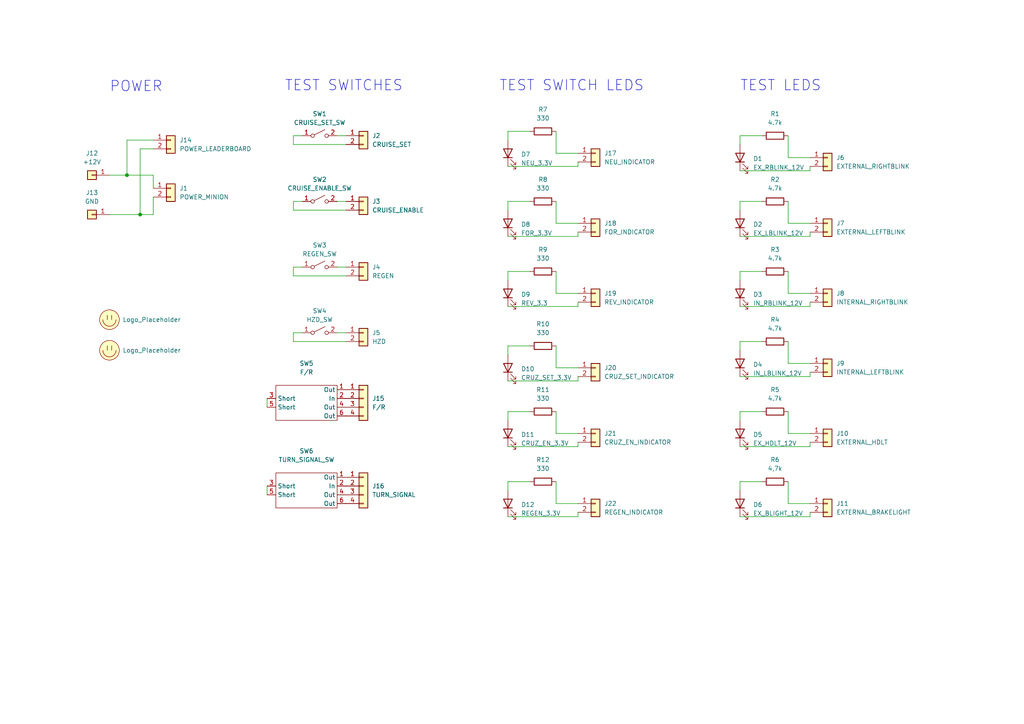
<source format=kicad_sch>
(kicad_sch (version 20211123) (generator eeschema)
  (paper "A4")
  (lib_symbols
    (symbol "Connector_Generic:Conn_01x01" (pin_names (offset 1.016) hide)
      (property "Reference" "J" (at 0 2.54 0))
      (property "Value" "Conn_01x01" (at 0 -2.54 0))
      (symbol "Conn_01x01_1_1"
        (rectangle (start -1.27 0.127) (end 0 -0.127) (stroke (width 0.1524)))
        (rectangle (start -1.27 1.27) (end 1.27 -1.27) (stroke (width 0.254)) (fill (type background)))
        (pin passive line (at -5.08 0 0) (length 3.81) (name "Pin_1") (number "1"))
      )
    )
    (symbol "Connector_Generic:Conn_01x02" (pin_names (offset 1.016) hide)
      (property "Reference" "J" (at 0 2.54 0))
      (property "Value" "Conn_01x02" (at 0 -5.08 0))
      (symbol "Conn_01x02_1_1"
        (rectangle (start -1.27 -2.413) (end 0 -2.667) (stroke (width 0.1524)))
        (rectangle (start -1.27 0.127) (end 0 -0.127) (stroke (width 0.1524)))
        (rectangle (start -1.27 1.27) (end 1.27 -3.81) (stroke (width 0.254)) (fill (type background)))
        (pin passive line (at -5.08 0 0) (length 3.81) (name "Pin_1") (number "1"))
        (pin passive line (at -5.08 -2.54 0) (length 3.81) (name "Pin_2") (number "2"))
      )
    )
    (symbol "Connector_Generic:Conn_01x04" (pin_names (offset 1.016) hide)
      (property "Reference" "J" (at 0 5.08 0))
      (property "Value" "Conn_01x04" (at 0 -7.62 0))
      (symbol "Conn_01x04_1_1"
        (rectangle (start -1.27 -4.953) (end 0 -5.207) (stroke (width 0.1524)))
        (rectangle (start -1.27 -2.413) (end 0 -2.667) (stroke (width 0.1524)))
        (rectangle (start -1.27 0.127) (end 0 -0.127) (stroke (width 0.1524)))
        (rectangle (start -1.27 2.667) (end 0 2.413) (stroke (width 0.1524)))
        (rectangle (start -1.27 3.81) (end 1.27 -6.35) (stroke (width 0.254)) (fill (type background)))
        (pin passive line (at -5.08 2.54 0) (length 3.81) (name "Pin_1") (number "1"))
        (pin passive line (at -5.08 0 0) (length 3.81) (name "Pin_2") (number "2"))
        (pin passive line (at -5.08 -2.54 0) (length 3.81) (name "Pin_3") (number "3"))
        (pin passive line (at -5.08 -5.08 0) (length 3.81) (name "Pin_4") (number "4"))
      )
    )
    (symbol "Device:LED" (pin_numbers hide) (pin_names (offset 1.016) hide)
      (property "Reference" "D" (at 0 2.54 0))
      (property "Value" "LED" (at 0 -2.54 0))
      (symbol "LED_0_1"
        (polyline (pts (xy -1.27 -1.27) (xy -1.27 1.27)) (stroke (width 0.254)))
        (polyline (pts (xy -1.27 0) (xy 1.27 0)))
        (polyline (pts (xy 1.27 -1.27) (xy 1.27 1.27) (xy -1.27 0) (xy 1.27 -1.27)) (stroke (width 0.254)))
        (polyline (pts (xy -3.048 -0.762) (xy -4.572 -2.286) (xy -3.81 -2.286) (xy -4.572 -2.286) (xy -4.572 -1.524)))
        (polyline (pts (xy -1.778 -0.762) (xy -3.302 -2.286) (xy -2.54 -2.286) (xy -3.302 -2.286) (xy -3.302 -1.524)))
      )
      (symbol "LED_1_1"
        (pin passive line (at -3.81 0 0) (length 2.54) (name "K") (number "1"))
        (pin passive line (at 3.81 0 180) (length 2.54) (name "A") (number "2"))
      )
    )
    (symbol "Device:R" (pin_numbers hide) (pin_names (offset 0))
      (property "Reference" "R" (at 2.032 0 90))
      (property "Value" "R" (at 0 0 90))
      (symbol "R_0_1"
        (rectangle (start -1.016 -2.54) (end 1.016 2.54) (stroke (width 0.254)))
      )
      (symbol "R_1_1"
        (pin passive line (at 0 3.81 270) (length 1.27) (name "~") (number "1"))
        (pin passive line (at 0 -3.81 90) (length 1.27) (name "~") (number "2"))
      )
    )
    (symbol "New_Library:SP3TSwitch"
      (property "Reference" "U" (at 0 -7.62 0))
      (property "Value" "SP3TSwitch" (at 0 -10.16 0))
      (symbol "SP3TSwitch_0_1"
        (rectangle (start -8.89 5.08) (end 8.89 -5.08))
      )
      (symbol "SP3TSwitch_1_1"
        (pin output line (at 11.43 3.81 180) (length 2.54) (name "Out") (number "1"))
        (pin input line (at 11.43 1.27 180) (length 2.54) (name "In") (number "2"))
        (pin passive line (at -11.43 1.27 0) (length 2.54) (name "Short") (number "3"))
        (pin output line (at 11.43 -1.27 180) (length 2.54) (name "Out") (number "4"))
        (pin passive line (at -11.43 -1.27 0) (length 2.54) (name "Short") (number "5"))
        (pin output line (at 11.43 -3.81 180) (length 2.54) (name "Out") (number "6"))
      )
    )
    (symbol "Switch:SW_SPST" (pin_names (offset 0) hide)
      (property "Reference" "SW" (at 0 3.175 0))
      (property "Value" "SW_SPST" (at 0 -2.54 0))
      (symbol "SW_SPST_0_0"
        (circle (center -2.032 0) (radius 0.508))
        (polyline (pts (xy -1.524 0.254) (xy 1.524 1.778)))
        (circle (center 2.032 0) (radius 0.508))
      )
      (symbol "SW_SPST_1_1"
        (pin passive line (at -5.08 0 0) (length 2.54) (name "A") (number "1"))
        (pin passive line (at 5.08 0 180) (length 2.54) (name "B") (number "2"))
      )
    )
    (symbol "utsvt-misc:Logo_Placeholder" (pin_names (offset 1.016))
      (property "Value" "Logo_Placeholder" (at 0 3.81 0))
      (symbol "Logo_Placeholder_0_1"
        (arc (start -1.905 0) (mid 0 -1.905) (end 1.905 0))
        (polyline (pts (xy -0.635 1.27) (xy -0.635 0)))
        (polyline (pts (xy 0.635 1.27) (xy 0.635 0)))
        (circle (center 0 0) (radius 2.8448) (fill (type background)))
      )
    )
  )
  (junction (at 40.64 62.23))
  (junction (at 36.83 50.8))
  (wire (pts (xy 40.64 62.23) (xy 44.45 62.23)))
  (wire (pts (xy 214.63 129.54) (xy 234.95 129.54)))
  (wire (pts (xy 214.63 68.58) (xy 234.95 68.58)))
  (wire (pts (xy 234.95 85.09) (xy 228.6 85.09)))
  (wire (pts (xy 85.09 99.06) (xy 100.33 99.06)))
  (wire (pts (xy 214.63 149.86) (xy 234.95 149.86)))
  (wire (pts (xy 85.09 41.91) (xy 100.33 41.91)))
  (wire (pts (xy 214.63 39.37) (xy 214.63 41.91)))
  (wire (pts (xy 167.64 125.73) (xy 161.29 125.73)))
  (wire (pts (xy 228.6 146.05) (xy 228.6 139.7)))
  (wire (pts (xy 161.29 85.09) (xy 161.29 78.74)))
  (wire (pts (xy 228.6 45.72) (xy 228.6 39.37)))
  (wire (pts (xy 147.32 78.74) (xy 147.32 81.28)))
  (wire (pts (xy 167.64 87.63) (xy 167.64 88.9)))
  (wire (pts (xy 36.83 50.8) (xy 36.83 40.64)))
  (wire (pts (xy 167.64 67.31) (xy 167.64 68.58)))
  (wire (pts (xy 147.32 48.26) (xy 167.64 48.26)))
  (wire (pts (xy 147.32 100.33) (xy 147.32 102.87)))
  (wire (pts (xy 214.63 119.38) (xy 214.63 121.92)))
  (wire (pts (xy 147.32 110.49) (xy 167.64 110.49)))
  (wire (pts (xy 40.64 62.23) (xy 40.64 43.18)))
  (wire (pts (xy 147.32 38.1) (xy 153.67 38.1)))
  (wire (pts (xy 161.29 146.05) (xy 161.29 139.7)))
  (wire (pts (xy 31.75 62.23) (xy 40.64 62.23)))
  (wire (pts (xy 234.95 45.72) (xy 228.6 45.72)))
  (wire (pts (xy 147.32 119.38) (xy 147.32 121.92)))
  (wire (pts (xy 167.64 106.68) (xy 161.29 106.68)))
  (wire (pts (xy 214.63 119.38) (xy 220.98 119.38)))
  (wire (pts (xy 214.63 88.9) (xy 234.95 88.9)))
  (wire (pts (xy 85.09 39.37) (xy 85.09 41.91)))
  (wire (pts (xy 147.32 100.33) (xy 153.67 100.33)))
  (wire (pts (xy 167.64 85.09) (xy 161.29 85.09)))
  (wire (pts (xy 87.63 39.37) (xy 85.09 39.37)))
  (wire (pts (xy 167.64 146.05) (xy 161.29 146.05)))
  (wire (pts (xy 214.63 139.7) (xy 214.63 142.24)))
  (wire (pts (xy 234.95 105.41) (xy 228.6 105.41)))
  (wire (pts (xy 97.79 77.47) (xy 100.33 77.47)))
  (wire (pts (xy 214.63 39.37) (xy 220.98 39.37)))
  (wire (pts (xy 167.64 44.45) (xy 161.29 44.45)))
  (wire (pts (xy 234.95 87.63) (xy 234.95 88.9)))
  (wire (pts (xy 147.32 129.54) (xy 167.64 129.54)))
  (wire (pts (xy 228.6 64.77) (xy 228.6 58.42)))
  (wire (pts (xy 147.32 139.7) (xy 153.67 139.7)))
  (wire (pts (xy 234.95 125.73) (xy 228.6 125.73)))
  (wire (pts (xy 77.47 140.97) (xy 77.47 143.51)))
  (wire (pts (xy 85.09 58.42) (xy 85.09 60.96)))
  (wire (pts (xy 87.63 77.47) (xy 85.09 77.47)))
  (wire (pts (xy 77.47 115.57) (xy 77.47 118.11)))
  (wire (pts (xy 214.63 58.42) (xy 214.63 60.96)))
  (wire (pts (xy 167.64 128.27) (xy 167.64 129.54)))
  (wire (pts (xy 214.63 99.06) (xy 220.98 99.06)))
  (wire (pts (xy 234.95 148.59) (xy 234.95 149.86)))
  (wire (pts (xy 147.32 58.42) (xy 147.32 60.96)))
  (wire (pts (xy 228.6 105.41) (xy 228.6 99.06)))
  (wire (pts (xy 147.32 38.1) (xy 147.32 40.64)))
  (wire (pts (xy 234.95 128.27) (xy 234.95 129.54)))
  (wire (pts (xy 97.79 58.42) (xy 100.33 58.42)))
  (wire (pts (xy 161.29 106.68) (xy 161.29 100.33)))
  (wire (pts (xy 147.32 149.86) (xy 167.64 149.86)))
  (wire (pts (xy 85.09 60.96) (xy 100.33 60.96)))
  (wire (pts (xy 234.95 146.05) (xy 228.6 146.05)))
  (wire (pts (xy 97.79 39.37) (xy 100.33 39.37)))
  (wire (pts (xy 234.95 107.95) (xy 234.95 109.22)))
  (wire (pts (xy 97.79 96.52) (xy 100.33 96.52)))
  (wire (pts (xy 147.32 88.9) (xy 167.64 88.9)))
  (wire (pts (xy 214.63 78.74) (xy 220.98 78.74)))
  (wire (pts (xy 44.45 57.15) (xy 44.45 62.23)))
  (wire (pts (xy 214.63 49.53) (xy 234.95 49.53)))
  (wire (pts (xy 228.6 85.09) (xy 228.6 78.74)))
  (wire (pts (xy 36.83 40.64) (xy 44.45 40.64)))
  (wire (pts (xy 167.64 46.99) (xy 167.64 48.26)))
  (wire (pts (xy 234.95 64.77) (xy 228.6 64.77)))
  (wire (pts (xy 161.29 44.45) (xy 161.29 38.1)))
  (wire (pts (xy 214.63 58.42) (xy 220.98 58.42)))
  (wire (pts (xy 167.64 148.59) (xy 167.64 149.86)))
  (wire (pts (xy 31.75 50.8) (xy 36.83 50.8)))
  (wire (pts (xy 167.64 109.22) (xy 167.64 110.49)))
  (wire (pts (xy 161.29 125.73) (xy 161.29 119.38)))
  (wire (pts (xy 44.45 50.8) (xy 44.45 54.61)))
  (wire (pts (xy 161.29 64.77) (xy 161.29 58.42)))
  (wire (pts (xy 147.32 58.42) (xy 153.67 58.42)))
  (wire (pts (xy 87.63 58.42) (xy 85.09 58.42)))
  (wire (pts (xy 36.83 50.8) (xy 44.45 50.8)))
  (wire (pts (xy 234.95 67.31) (xy 234.95 68.58)))
  (wire (pts (xy 87.63 96.52) (xy 85.09 96.52)))
  (wire (pts (xy 214.63 99.06) (xy 214.63 101.6)))
  (wire (pts (xy 147.32 119.38) (xy 153.67 119.38)))
  (wire (pts (xy 214.63 139.7) (xy 220.98 139.7)))
  (wire (pts (xy 85.09 77.47) (xy 85.09 80.01)))
  (wire (pts (xy 214.63 109.22) (xy 234.95 109.22)))
  (wire (pts (xy 167.64 64.77) (xy 161.29 64.77)))
  (wire (pts (xy 147.32 78.74) (xy 153.67 78.74)))
  (wire (pts (xy 85.09 80.01) (xy 100.33 80.01)))
  (wire (pts (xy 85.09 96.52) (xy 85.09 99.06)))
  (wire (pts (xy 214.63 78.74) (xy 214.63 81.28)))
  (wire (pts (xy 147.32 68.58) (xy 167.64 68.58)))
  (wire (pts (xy 228.6 125.73) (xy 228.6 119.38)))
  (wire (pts (xy 234.95 48.26) (xy 234.95 49.53)))
  (wire (pts (xy 147.32 139.7) (xy 147.32 142.24)))
  (wire (pts (xy 40.64 43.18) (xy 44.45 43.18)))
  (text "POWER\n\n" (at 31.75 31.75 0) (effects (font (size 3 3)) (justify left bottom)))
  (text "TEST SWITCHES" (at 82.55 26.67 0) (effects (font (size 3 3)) (justify left bottom)))
  (text "TEST SWITCH LEDS\n" (at 144.78 26.67 0) (effects (font (size 3 3)) (justify left bottom)))
  (text "TEST LEDS" (at 214.63 26.67 0) (effects (font (size 3 3)) (justify left bottom)))
  (symbol (lib_id "Device:R") (at 157.48 58.42 90) (unit 1)
    (property "Reference" "R8" (at 157.48 52.07 90))
    (property "Value" "330" (at 157.48 54.61 90))
    (property "Footprint" "Resistor_SMD:R_0805_2012Metric" (effects hide))
  )
  (symbol (lib_id "Device:LED") (at 147.32 44.45 90) (unit 1)
    (property "Reference" "D7" (at 151.13 44.7674 90) (effects (justify right)))
    (property "Value" "NEU_3.3V" (at 151.13 47.3074 90) (effects (justify right)))
    (property "Footprint" "LED_SMD:LED_0805_2012Metric" (effects hide))
  )
  (symbol (lib_id "Switch:SW_SPST") (at 92.71 96.52 0) (unit 1)
    (property "Reference" "SW4" (at 92.71 90.17 0))
    (property "Value" "HZD_SW" (at 92.71 92.71 0))
    (property "Footprint" "UTSVT_Special:2MS6T1B3M2QES" (effects hide))
  )
  (symbol (lib_id "Connector_Generic:Conn_01x02") (at 172.72 146.05 0) (unit 1)
    (property "Reference" "J22" (at 175.26 146.0499 0) (effects (justify left)))
    (property "Value" "REGEN_INDICATOR" (at 175.26 148.5899 0) (effects (justify left)))
    (property "Footprint" "Connector_Molex:Molex_Micro-Fit_3.0_43650-0215_1x02_P3.00mm_Vertical" (effects hide))
  )
  (symbol (lib_id "Device:LED") (at 214.63 85.09 90) (unit 1)
    (property "Reference" "D3" (at 218.44 85.4074 90) (effects (justify right)))
    (property "Value" "IN_RBLINK_12V" (at 218.44 87.9474 90) (effects (justify right)))
    (property "Footprint" "LED_SMD:LED_0805_2012Metric" (effects hide))
  )
  (symbol (lib_id "Switch:SW_SPST") (at 92.71 58.42 0) (unit 1)
    (property "Reference" "SW2" (at 92.71 52.07 0))
    (property "Value" "CRUISE_ENABLE_SW" (at 92.71 54.61 0))
    (property "Footprint" "UTSVT_Special:2MS6T1B3M2QES" (effects hide))
  )
  (symbol (lib_id "Device:LED") (at 214.63 105.41 90) (unit 1)
    (property "Reference" "D4" (at 218.44 105.7274 90) (effects (justify right)))
    (property "Value" "IN_LBLINK_12V" (at 218.44 108.2674 90) (effects (justify right)))
    (property "Footprint" "LED_SMD:LED_0805_2012Metric" (effects hide))
  )
  (symbol (lib_id "Device:R") (at 157.48 78.74 90) (unit 1)
    (property "Reference" "R9" (at 157.48 72.39 90))
    (property "Value" "330" (at 157.48 74.93 90))
    (property "Footprint" "Resistor_SMD:R_0805_2012Metric" (effects hide))
  )
  (symbol (lib_id "Device:R") (at 157.48 119.38 90) (unit 1)
    (property "Reference" "R11" (at 157.48 113.03 90))
    (property "Value" "330" (at 157.48 115.57 90))
    (property "Footprint" "Resistor_SMD:R_0805_2012Metric" (effects hide))
  )
  (symbol (lib_id "Connector_Generic:Conn_01x02") (at 172.72 64.77 0) (unit 1)
    (property "Reference" "J18" (at 175.26 64.7699 0) (effects (justify left)))
    (property "Value" "FOR_INDICATOR" (at 175.26 67.3099 0) (effects (justify left)))
    (property "Footprint" "Connector_Molex:Molex_Micro-Fit_3.0_43650-0215_1x02_P3.00mm_Vertical" (effects hide))
  )
  (symbol (lib_id "Connector_Generic:Conn_01x02") (at 49.53 40.64 0) (unit 1)
    (property "Reference" "J14" (at 52.07 40.6399 0) (effects (justify left)))
    (property "Value" "POWER_LEADERBOARD" (at 52.07 43.1799 0) (effects (justify left)))
    (property "Footprint" "Connector_Molex:Molex_Micro-Fit_3.0_43650-0215_1x02_P3.00mm_Vertical" (effects hide))
  )
  (symbol (lib_id "Connector_Generic:Conn_01x02") (at 240.03 125.73 0) (unit 1)
    (property "Reference" "J10" (at 242.57 125.7299 0) (effects (justify left)))
    (property "Value" "EXTERNAL_HDLT" (at 242.57 128.2699 0) (effects (justify left)))
    (property "Footprint" "Connector_Molex:Molex_Micro-Fit_3.0_43650-0215_1x02_P3.00mm_Vertical" (effects hide))
  )
  (symbol (lib_id "Connector_Generic:Conn_01x01") (at 26.67 62.23 180) (unit 1)
    (property "Reference" "J13" (at 26.67 55.88 0))
    (property "Value" "GND" (at 26.67 58.42 0))
    (property "Footprint" "UTSVT_Connectors:Banana_Jack_1_Pin_4mm" (effects hide))
  )
  (symbol (lib_id "Switch:SW_SPST") (at 92.71 39.37 0) (unit 1)
    (property "Reference" "SW1" (at 92.71 33.02 0))
    (property "Value" "CRUISE_SET_SW" (at 92.71 35.56 0))
    (property "Footprint" "UTSVT_Special:2MS6T1B3M2QES" (effects hide))
  )
  (symbol (lib_id "Connector_Generic:Conn_01x02") (at 172.72 106.68 0) (unit 1)
    (property "Reference" "J20" (at 175.26 106.6799 0) (effects (justify left)))
    (property "Value" "CRUZ_SET_INDICATOR" (at 175.26 109.2199 0) (effects (justify left)))
    (property "Footprint" "Connector_Molex:Molex_Micro-Fit_3.0_43650-0215_1x02_P3.00mm_Vertical" (effects hide))
  )
  (symbol (lib_id "New_Library:SP3TSwitch") (at 88.9 116.84 0) (unit 1)
    (property "Reference" "SW5" (at 88.9 105.41 0))
    (property "Value" "F/R" (at 88.9 107.95 0))
    (property "Footprint" "UTSVT_Special:M2024SS1W03BC" (effects hide))
  )
  (symbol (lib_id "Device:R") (at 224.79 39.37 90) (unit 1)
    (property "Reference" "R1" (at 224.79 33.02 90))
    (property "Value" "4.7k" (at 224.79 35.56 90))
    (property "Footprint" "Resistor_SMD:R_0805_2012Metric" (effects hide))
  )
  (symbol (lib_id "Device:LED") (at 214.63 125.73 90) (unit 1)
    (property "Reference" "D5" (at 218.44 126.0474 90) (effects (justify right)))
    (property "Value" "EX_HDLT_12V" (at 218.44 128.5874 90) (effects (justify right)))
    (property "Footprint" "LED_SMD:LED_0805_2012Metric" (effects hide))
  )
  (symbol (lib_id "Device:LED") (at 147.32 64.77 90) (unit 1)
    (property "Reference" "D8" (at 151.13 65.0874 90) (effects (justify right)))
    (property "Value" "FOR_3.3V" (at 151.13 67.6274 90) (effects (justify right)))
    (property "Footprint" "LED_SMD:LED_0805_2012Metric" (effects hide))
  )
  (symbol (lib_id "Device:R") (at 224.79 119.38 90) (unit 1)
    (property "Reference" "R5" (at 224.79 113.03 90))
    (property "Value" "4.7k" (at 224.79 115.57 90))
    (property "Footprint" "Resistor_SMD:R_0805_2012Metric" (effects hide))
  )
  (symbol (lib_id "Device:LED") (at 147.32 106.68 90) (unit 1)
    (property "Reference" "D10" (at 151.13 106.9974 90) (effects (justify right)))
    (property "Value" "CRUZ_SET_3.3V" (at 151.13 109.5374 90) (effects (justify right)))
    (property "Footprint" "LED_SMD:LED_0805_2012Metric" (effects hide))
  )
  (symbol (lib_id "Device:R") (at 224.79 139.7 90) (unit 1)
    (property "Reference" "R6" (at 224.79 133.35 90))
    (property "Value" "4,7k" (at 224.79 135.89 90))
    (property "Footprint" "Resistor_SMD:R_0805_2012Metric" (effects hide))
  )
  (symbol (lib_id "Device:LED") (at 214.63 64.77 90) (unit 1)
    (property "Reference" "D2" (at 218.44 65.0874 90) (effects (justify right)))
    (property "Value" "EX_LBLINK_12V" (at 218.44 67.6274 90) (effects (justify right)))
    (property "Footprint" "LED_SMD:LED_0805_2012Metric" (effects hide))
  )
  (symbol (lib_id "Connector_Generic:Conn_01x02") (at 172.72 125.73 0) (unit 1)
    (property "Reference" "J21" (at 175.26 125.7299 0) (effects (justify left)))
    (property "Value" "CRUZ_EN_INDICATOR" (at 175.26 128.2699 0) (effects (justify left)))
    (property "Footprint" "Connector_Molex:Molex_Micro-Fit_3.0_43650-0215_1x02_P3.00mm_Vertical" (effects hide))
  )
  (symbol (lib_id "utsvt-misc:Logo_Placeholder") (at 31.75 101.6 0) (unit 1)
    (property "Reference" "LOGO2" (effects hide))
    (property "Value" "Logo_Placeholder" (at 35.56 101.5999 0) (effects (justify left)))
    (property "Footprint" "UTSVT_Special:UTSVT_Logo_Symbol" (effects hide))
  )
  (symbol (lib_id "Connector_Generic:Conn_01x02") (at 105.41 77.47 0) (unit 1)
    (property "Reference" "J4" (at 107.95 77.4699 0) (effects (justify left)))
    (property "Value" "REGEN" (at 107.95 80.0099 0) (effects (justify left)))
    (property "Footprint" "Connector_Molex:Molex_Micro-Fit_3.0_43650-0215_1x02_P3.00mm_Vertical" (effects hide))
  )
  (symbol (lib_id "Device:LED") (at 147.32 85.09 90) (unit 1)
    (property "Reference" "D9" (at 151.13 85.4074 90) (effects (justify right)))
    (property "Value" "REV_3.3" (at 151.13 87.9474 90) (effects (justify right)))
    (property "Footprint" "LED_SMD:LED_0805_2012Metric" (effects hide))
  )
  (symbol (lib_id "Connector_Generic:Conn_01x01") (at 26.67 50.8 180) (unit 1)
    (property "Reference" "J12" (at 26.67 44.45 0))
    (property "Value" "+12V" (at 26.67 46.99 0))
    (property "Footprint" "UTSVT_Connectors:Banana_Jack_1_Pin_4mm" (effects hide))
  )
  (symbol (lib_id "Connector_Generic:Conn_01x02") (at 105.41 96.52 0) (unit 1)
    (property "Reference" "J5" (at 107.95 96.5199 0) (effects (justify left)))
    (property "Value" "HZD" (at 107.95 99.0599 0) (effects (justify left)))
    (property "Footprint" "Connector_Molex:Molex_Micro-Fit_3.0_43650-0215_1x02_P3.00mm_Vertical" (effects hide))
  )
  (symbol (lib_id "Device:R") (at 157.48 100.33 90) (unit 1)
    (property "Reference" "R10" (at 157.48 93.98 90))
    (property "Value" "330" (at 157.48 96.52 90))
    (property "Footprint" "Resistor_SMD:R_0805_2012Metric" (effects hide))
  )
  (symbol (lib_id "Device:R") (at 157.48 139.7 90) (unit 1)
    (property "Reference" "R12" (at 157.48 133.35 90))
    (property "Value" "330" (at 157.48 135.89 90))
    (property "Footprint" "Resistor_SMD:R_0805_2012Metric" (effects hide))
  )
  (symbol (lib_id "Connector_Generic:Conn_01x02") (at 172.72 85.09 0) (unit 1)
    (property "Reference" "J19" (at 175.26 85.0899 0) (effects (justify left)))
    (property "Value" "REV_INDICATOR" (at 175.26 87.6299 0) (effects (justify left)))
    (property "Footprint" "Connector_Molex:Molex_Micro-Fit_3.0_43650-0215_1x02_P3.00mm_Vertical" (effects hide))
  )
  (symbol (lib_id "Device:LED") (at 147.32 125.73 90) (unit 1)
    (property "Reference" "D11" (at 151.13 126.0474 90) (effects (justify right)))
    (property "Value" "CRUZ_EN_3.3V" (at 151.13 128.5874 90) (effects (justify right)))
    (property "Footprint" "LED_SMD:LED_0805_2012Metric" (effects hide))
  )
  (symbol (lib_id "Switch:SW_SPST") (at 92.71 77.47 0) (unit 1)
    (property "Reference" "SW3" (at 92.71 71.12 0))
    (property "Value" "REGEN_SW" (at 92.71 73.66 0))
    (property "Footprint" "UTSVT_Special:2MS6T1B3M2QES" (effects hide))
  )
  (symbol (lib_id "Connector_Generic:Conn_01x02") (at 240.03 85.09 0) (unit 1)
    (property "Reference" "J8" (at 242.57 85.0899 0) (effects (justify left)))
    (property "Value" "INTERNAL_RIGHTBLINK" (at 242.57 87.6299 0) (effects (justify left)))
    (property "Footprint" "Connector_Molex:Molex_Micro-Fit_3.0_43650-0215_1x02_P3.00mm_Vertical" (effects hide))
  )
  (symbol (lib_id "Device:LED") (at 214.63 146.05 90) (unit 1)
    (property "Reference" "D6" (at 218.44 146.3674 90) (effects (justify right)))
    (property "Value" "EX_BLIGHT_12V" (at 218.44 148.9074 90) (effects (justify right)))
    (property "Footprint" "LED_SMD:LED_0805_2012Metric" (effects hide))
  )
  (symbol (lib_id "Device:R") (at 224.79 99.06 90) (unit 1)
    (property "Reference" "R4" (at 224.79 92.71 90))
    (property "Value" "4.7k" (at 224.79 95.25 90))
    (property "Footprint" "Resistor_SMD:R_0805_2012Metric" (effects hide))
  )
  (symbol (lib_id "Connector_Generic:Conn_01x02") (at 240.03 105.41 0) (unit 1)
    (property "Reference" "J9" (at 242.57 105.4099 0) (effects (justify left)))
    (property "Value" "INTERNAL_LEFTBLINK" (at 242.57 107.9499 0) (effects (justify left)))
    (property "Footprint" "Connector_Molex:Molex_Micro-Fit_3.0_43650-0215_1x02_P3.00mm_Vertical" (effects hide))
  )
  (symbol (lib_id "Connector_Generic:Conn_01x02") (at 240.03 64.77 0) (unit 1)
    (property "Reference" "J7" (at 242.57 64.7699 0) (effects (justify left)))
    (property "Value" "EXTERNAL_LEFTBLINK" (at 242.57 67.3099 0) (effects (justify left)))
    (property "Footprint" "Connector_Molex:Molex_Micro-Fit_3.0_43650-0215_1x02_P3.00mm_Vertical" (effects hide))
  )
  (symbol (lib_id "Device:R") (at 157.48 38.1 90) (unit 1)
    (property "Reference" "R7" (at 157.48 31.75 90))
    (property "Value" "330" (at 157.48 34.29 90))
    (property "Footprint" "Resistor_SMD:R_0805_2012Metric" (effects hide))
  )
  (symbol (lib_id "Connector_Generic:Conn_01x02") (at 240.03 45.72 0) (unit 1)
    (property "Reference" "J6" (at 242.57 45.7199 0) (effects (justify left)))
    (property "Value" "EXTERNAL_RIGHTBLINK" (at 242.57 48.2599 0) (effects (justify left)))
    (property "Footprint" "Connector_Molex:Molex_Micro-Fit_3.0_43650-0215_1x02_P3.00mm_Vertical" (effects hide))
  )
  (symbol (lib_id "Connector_Generic:Conn_01x02") (at 105.41 39.37 0) (unit 1)
    (property "Reference" "J2" (at 107.95 39.3699 0) (effects (justify left)))
    (property "Value" "CRUISE_SET" (at 107.95 41.9099 0) (effects (justify left)))
    (property "Footprint" "Connector_Molex:Molex_Micro-Fit_3.0_43650-0215_1x02_P3.00mm_Vertical" (effects hide))
  )
  (symbol (lib_id "Connector_Generic:Conn_01x02") (at 105.41 58.42 0) (unit 1)
    (property "Reference" "J3" (at 107.95 58.4199 0) (effects (justify left)))
    (property "Value" "CRUISE_ENABLE" (at 107.95 60.9599 0) (effects (justify left)))
    (property "Footprint" "Connector_Molex:Molex_Micro-Fit_3.0_43650-0215_1x02_P3.00mm_Vertical" (effects hide))
  )
  (symbol (lib_id "Connector_Generic:Conn_01x02") (at 49.53 54.61 0) (unit 1)
    (property "Reference" "J1" (at 52.07 54.6099 0) (effects (justify left)))
    (property "Value" "POWER_MINION" (at 52.07 57.1499 0) (effects (justify left)))
    (property "Footprint" "Connector_Molex:Molex_Micro-Fit_3.0_43650-0215_1x02_P3.00mm_Vertical" (effects hide))
  )
  (symbol (lib_id "New_Library:SP3TSwitch") (at 88.9 142.24 0) (unit 1)
    (property "Reference" "SW6" (at 88.9 130.81 0))
    (property "Value" "TURN_SIGNAL_SW" (at 88.9 133.35 0))
    (property "Footprint" "UTSVT_Special:M2024SS1W03BC" (effects hide))
  )
  (symbol (lib_id "Device:LED") (at 147.32 146.05 90) (unit 1)
    (property "Reference" "D12" (at 151.13 146.3674 90) (effects (justify right)))
    (property "Value" "REGEN_3.3V" (at 151.13 148.9074 90) (effects (justify right)))
    (property "Footprint" "LED_SMD:LED_0805_2012Metric" (effects hide))
  )
  (symbol (lib_id "Device:R") (at 224.79 58.42 90) (unit 1)
    (property "Reference" "R2" (at 224.79 52.07 90))
    (property "Value" "4.7k" (at 224.79 54.61 90))
    (property "Footprint" "Resistor_SMD:R_0805_2012Metric" (effects hide))
  )
  (symbol (lib_id "Device:R") (at 224.79 78.74 90) (unit 1)
    (property "Reference" "R3" (at 224.79 72.39 90))
    (property "Value" "4.7k" (at 224.79 74.93 90))
    (property "Footprint" "Resistor_SMD:R_0805_2012Metric" (effects hide))
  )
  (symbol (lib_id "Connector_Generic:Conn_01x02") (at 172.72 44.45 0) (unit 1)
    (property "Reference" "J17" (at 175.26 44.4499 0) (effects (justify left)))
    (property "Value" "NEU_INDICATOR" (at 175.26 46.9899 0) (effects (justify left)))
    (property "Footprint" "Connector_Molex:Molex_Micro-Fit_3.0_43650-0215_1x02_P3.00mm_Vertical" (effects hide))
  )
  (symbol (lib_id "Device:LED") (at 214.63 45.72 90) (unit 1)
    (property "Reference" "D1" (at 218.44 46.0374 90) (effects (justify right)))
    (property "Value" "EX_RBLINK_12V" (at 218.44 48.5774 90) (effects (justify right)))
    (property "Footprint" "LED_SMD:LED_0805_2012Metric" (effects hide))
  )
  (symbol (lib_id "utsvt-misc:Logo_Placeholder") (at 31.75 92.71 0) (unit 1)
    (property "Reference" "LOGO1" (effects hide))
    (property "Value" "Logo_Placeholder" (at 35.56 92.7099 0) (effects (justify left)))
    (property "Footprint" "UTSVT_Special:Hallock_Image_Tiny" (effects hide))
  )
  (symbol (lib_id "Connector_Generic:Conn_01x04") (at 105.41 140.97 0) (unit 1)
    (property "Reference" "J16" (at 107.95 140.9699 0) (effects (justify left)))
    (property "Value" "TURN_SIGNAL" (at 107.95 143.5099 0) (effects (justify left)))
    (property "Footprint" "Connector_Molex:Molex_Micro-Fit_3.0_43650-0415_1x04_P3.00mm_Vertical" (effects hide))
  )
  (symbol (lib_id "Connector_Generic:Conn_01x04") (at 105.41 115.57 0) (unit 1)
    (property "Reference" "J15" (at 107.95 115.5699 0) (effects (justify left)))
    (property "Value" "F/R" (at 107.95 118.1099 0) (effects (justify left)))
    (property "Footprint" "Connector_Molex:Molex_Micro-Fit_3.0_43650-0415_1x04_P3.00mm_Vertical" (effects hide))
  )
  (symbol (lib_id "Connector_Generic:Conn_01x02") (at 240.03 146.05 0) (unit 1)
    (property "Reference" "J11" (at 242.57 146.0499 0) (effects (justify left)))
    (property "Value" "EXTERNAL_BRAKELIGHT" (at 242.57 148.5899 0) (effects (justify left)))
    (property "Footprint" "Connector_Molex:Molex_Micro-Fit_3.0_43650-0215_1x02_P3.00mm_Vertical" (effects hide))
  )
)
</source>
